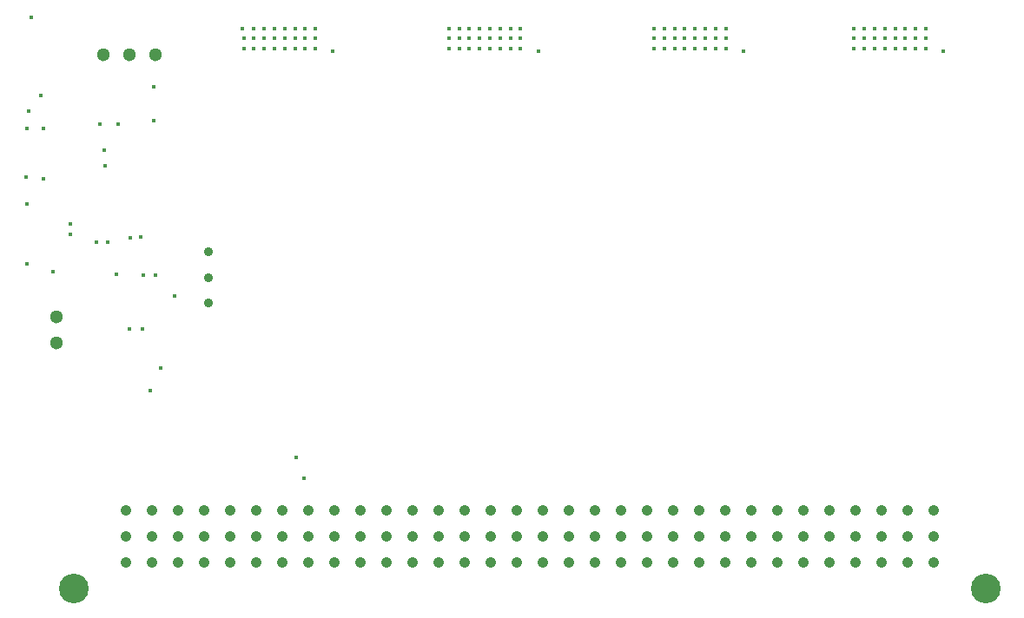
<source format=gbr>
%TF.GenerationSoftware,KiCad,Pcbnew,9.0.0*%
%TF.CreationDate,2025-04-06T17:49:01-04:00*%
%TF.ProjectId,Thruster_Control_Card_COPY,54687275-7374-4657-925f-436f6e74726f,rev?*%
%TF.SameCoordinates,Original*%
%TF.FileFunction,Plated,1,4,PTH,Drill*%
%TF.FilePolarity,Positive*%
%FSLAX46Y46*%
G04 Gerber Fmt 4.6, Leading zero omitted, Abs format (unit mm)*
G04 Created by KiCad (PCBNEW 9.0.0) date 2025-04-06 17:49:01*
%MOMM*%
%LPD*%
G01*
G04 APERTURE LIST*
%TA.AperFunction,ViaDrill*%
%ADD10C,0.400000*%
%TD*%
%TA.AperFunction,ComponentDrill*%
%ADD11C,0.889000*%
%TD*%
%TA.AperFunction,ComponentDrill*%
%ADD12C,1.070000*%
%TD*%
%TA.AperFunction,ComponentDrill*%
%ADD13C,1.300000*%
%TD*%
%TA.AperFunction,ComponentDrill*%
%ADD14C,2.890000*%
%TD*%
G04 APERTURE END LIST*
D10*
X151125000Y-67300000D03*
X151150000Y-69950000D03*
X151175000Y-75750000D03*
X151200000Y-62575000D03*
X151325000Y-60900000D03*
X151625000Y-51700000D03*
X152525000Y-59350000D03*
X152775000Y-62600000D03*
X152775000Y-67500000D03*
X153725000Y-76550000D03*
X155425000Y-71900000D03*
X155425000Y-72900000D03*
X157975000Y-73700000D03*
X158300000Y-62125000D03*
X158725000Y-64662500D03*
X158825000Y-66250000D03*
X159025000Y-73700000D03*
X159925000Y-76825000D03*
X160100000Y-62125000D03*
X161150000Y-82100000D03*
X161275000Y-73200000D03*
X162273752Y-73149999D03*
X162450000Y-82100000D03*
X162475000Y-76875000D03*
X163200000Y-88150000D03*
X163500000Y-58500000D03*
X163570264Y-61792050D03*
X163725000Y-76850000D03*
X164250000Y-85975000D03*
X165575000Y-78875000D03*
X172200000Y-52800000D03*
X172300000Y-53800000D03*
X172300000Y-54800000D03*
X173300000Y-52800000D03*
X173300000Y-53800000D03*
X173300000Y-54800000D03*
X174300000Y-52800000D03*
X174300000Y-53800000D03*
X174300000Y-54800000D03*
X175300000Y-52800000D03*
X175300000Y-53800000D03*
X175300000Y-54800000D03*
X176300000Y-52800000D03*
X176300000Y-53800000D03*
X176300000Y-54800000D03*
X177300000Y-52800000D03*
X177300000Y-53800000D03*
X177300000Y-54800000D03*
X177400000Y-94700000D03*
X178175000Y-96725000D03*
X178300000Y-52800000D03*
X178300000Y-53800000D03*
X178300000Y-54800000D03*
X179300000Y-52800000D03*
X179300000Y-53800000D03*
X179300000Y-54800000D03*
X181000000Y-55050000D03*
X192300000Y-52800000D03*
X192300000Y-53800000D03*
X192300000Y-54800000D03*
X193300000Y-52800000D03*
X193300000Y-53800000D03*
X193300000Y-54800000D03*
X194300000Y-52800000D03*
X194300000Y-53800000D03*
X194300000Y-54800000D03*
X195300000Y-52800000D03*
X195300000Y-53800000D03*
X195300000Y-54800000D03*
X196300000Y-52800000D03*
X196300000Y-53800000D03*
X196300000Y-54800000D03*
X197300000Y-52800000D03*
X197300000Y-53800000D03*
X197300000Y-54800000D03*
X198300000Y-52800000D03*
X198300000Y-53800000D03*
X198300000Y-54800000D03*
X199300000Y-52800000D03*
X199300000Y-53800000D03*
X199300000Y-54800000D03*
X201000000Y-55050000D03*
X212300000Y-52800000D03*
X212300000Y-53800000D03*
X212300000Y-54800000D03*
X213300000Y-52800000D03*
X213300000Y-53800000D03*
X213300000Y-54800000D03*
X214300000Y-52800000D03*
X214300000Y-53800000D03*
X214300000Y-54800000D03*
X215300000Y-52800000D03*
X215300000Y-53800000D03*
X215300000Y-54800000D03*
X216300000Y-52800000D03*
X216300000Y-53800000D03*
X216300000Y-54800000D03*
X217300000Y-52800000D03*
X217300000Y-53800000D03*
X217300000Y-54800000D03*
X218300000Y-52800000D03*
X218300000Y-53800000D03*
X218300000Y-54800000D03*
X219300000Y-52800000D03*
X219300000Y-53800000D03*
X219300000Y-54800000D03*
X221000000Y-55050000D03*
X231800000Y-52800000D03*
X231800000Y-53800000D03*
X231800000Y-54800000D03*
X232800000Y-52800000D03*
X232800000Y-53800000D03*
X232800000Y-54800000D03*
X233800000Y-52800000D03*
X233800000Y-53800000D03*
X233800000Y-54800000D03*
X234800000Y-52800000D03*
X234800000Y-53800000D03*
X234800000Y-54800000D03*
X235800000Y-52800000D03*
X235800000Y-53800000D03*
X235800000Y-54800000D03*
X236800000Y-52800000D03*
X236800000Y-53800000D03*
X236800000Y-54800000D03*
X237800000Y-52800000D03*
X237800000Y-53800000D03*
X237800000Y-54800000D03*
X238800000Y-52800000D03*
X238800000Y-53800000D03*
X238800000Y-54800000D03*
X240500000Y-55050000D03*
D11*
%TO.C,BOOT*%
X168900000Y-74600000D03*
X168900000Y-77100000D03*
X168900000Y-79600000D03*
D12*
%TO.C,J1*%
X160782000Y-99822000D03*
X160782000Y-102362000D03*
X160782000Y-104902000D03*
X163322000Y-99822000D03*
X163322000Y-102362000D03*
X163322000Y-104902000D03*
X165862000Y-99822000D03*
X165862000Y-102362000D03*
X165862000Y-104902000D03*
X168402000Y-99822000D03*
X168402000Y-102362000D03*
X168402000Y-104902000D03*
X170942000Y-99822000D03*
X170942000Y-102362000D03*
X170942000Y-104902000D03*
X173482000Y-99822000D03*
X173482000Y-102362000D03*
X173482000Y-104902000D03*
X176022000Y-99822000D03*
X176022000Y-102362000D03*
X176022000Y-104902000D03*
X178562000Y-99822000D03*
X178562000Y-102362000D03*
X178562000Y-104902000D03*
X181102000Y-99822000D03*
X181102000Y-102362000D03*
X181102000Y-104902000D03*
X183642000Y-99822000D03*
X183642000Y-102362000D03*
X183642000Y-104902000D03*
X186182000Y-99822000D03*
X186182000Y-102362000D03*
X186182000Y-104902000D03*
X188722000Y-99822000D03*
X188722000Y-102362000D03*
X188722000Y-104902000D03*
X191262000Y-99822000D03*
X191262000Y-102362000D03*
X191262000Y-104902000D03*
X193802000Y-99822000D03*
X193802000Y-102362000D03*
X193802000Y-104902000D03*
X196342000Y-99822000D03*
X196342000Y-102362000D03*
X196342000Y-104902000D03*
X198882000Y-99822000D03*
X198882000Y-102362000D03*
X198882000Y-104902000D03*
X201422000Y-99822000D03*
X201422000Y-102362000D03*
X201422000Y-104902000D03*
X203962000Y-99822000D03*
X203962000Y-102362000D03*
X203962000Y-104902000D03*
X206502000Y-99822000D03*
X206502000Y-102362000D03*
X206502000Y-104902000D03*
X209042000Y-99822000D03*
X209042000Y-102362000D03*
X209042000Y-104902000D03*
X211582000Y-99822000D03*
X211582000Y-102362000D03*
X211582000Y-104902000D03*
X214122000Y-99822000D03*
X214122000Y-102362000D03*
X214122000Y-104902000D03*
X216662000Y-99822000D03*
X216662000Y-102362000D03*
X216662000Y-104902000D03*
X219202000Y-99822000D03*
X219202000Y-102362000D03*
X219202000Y-104902000D03*
X221742000Y-99822000D03*
X221742000Y-102362000D03*
X221742000Y-104902000D03*
X224282000Y-99822000D03*
X224282000Y-102362000D03*
X224282000Y-104902000D03*
X226822000Y-99822000D03*
X226822000Y-102362000D03*
X226822000Y-104902000D03*
X229362000Y-99822000D03*
X229362000Y-102362000D03*
X229362000Y-104902000D03*
X231902000Y-99822000D03*
X231902000Y-102362000D03*
X231902000Y-104902000D03*
X234442000Y-99822000D03*
X234442000Y-102362000D03*
X234442000Y-104902000D03*
X236982000Y-99822000D03*
X236982000Y-102362000D03*
X236982000Y-104902000D03*
X239522000Y-99822000D03*
X239522000Y-102362000D03*
X239522000Y-104902000D03*
D13*
%TO.C,J7*%
X154025000Y-80950000D03*
X154025000Y-83490000D03*
%TO.C,SWCLK NRST SWDIO*%
X158620000Y-55400000D03*
X161160000Y-55400000D03*
X163700000Y-55400000D03*
D14*
%TO.C,J1*%
X155702000Y-107442000D03*
X244602000Y-107442000D03*
M02*

</source>
